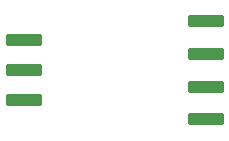
<source format=gbp>
G04*
G04 #@! TF.GenerationSoftware,Altium Limited,Altium Designer,24.4.1 (13)*
G04*
G04 Layer_Color=128*
%FSLAX25Y25*%
%MOIN*%
G70*
G04*
G04 #@! TF.SameCoordinates,AA9B8025-BE10-49C8-B8BA-64AABDCBB2E5*
G04*
G04*
G04 #@! TF.FilePolarity,Positive*
G04*
G01*
G75*
G04:AMPARAMS|DCode=15|XSize=39.37mil|YSize=118.11mil|CornerRadius=4.92mil|HoleSize=0mil|Usage=FLASHONLY|Rotation=90.000|XOffset=0mil|YOffset=0mil|HoleType=Round|Shape=RoundedRectangle|*
%AMROUNDEDRECTD15*
21,1,0.03937,0.10827,0,0,90.0*
21,1,0.02953,0.11811,0,0,90.0*
1,1,0.00984,0.05413,0.01476*
1,1,0.00984,0.05413,-0.01476*
1,1,0.00984,-0.05413,-0.01476*
1,1,0.00984,-0.05413,0.01476*
%
%ADD15ROUNDEDRECTD15*%
D15*
X37795Y20020D02*
D03*
Y30020D02*
D03*
Y40020D02*
D03*
X98425Y46339D02*
D03*
Y35433D02*
D03*
Y24528D02*
D03*
Y13622D02*
D03*
M02*

</source>
